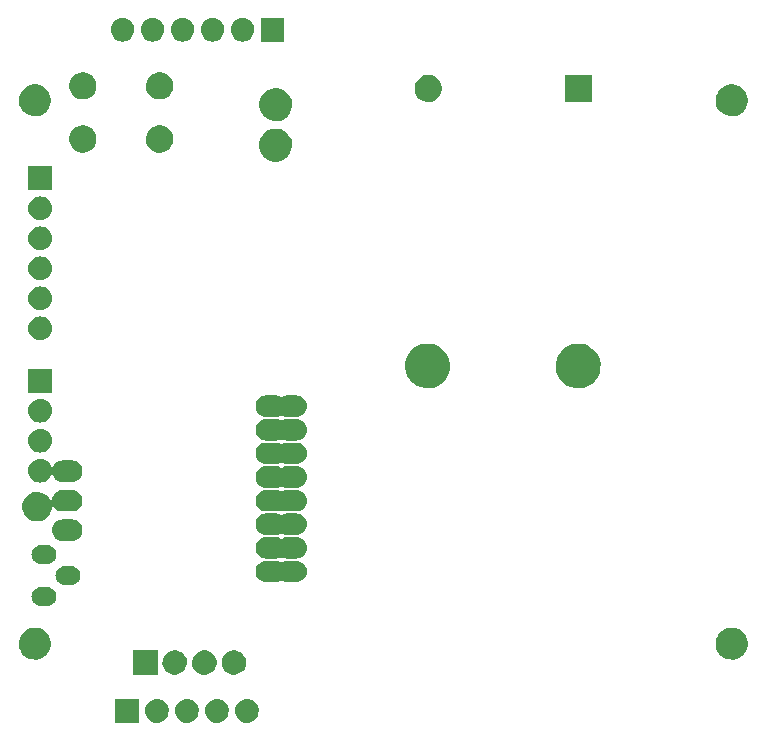
<source format=gbs>
G04 #@! TF.FileFunction,Soldermask,Bot*
%FSLAX46Y46*%
G04 Gerber Fmt 4.6, Leading zero omitted, Abs format (unit mm)*
G04 Created by KiCad (PCBNEW 4.0.6) date 04/23/17 17:59:47*
%MOMM*%
%LPD*%
G01*
G04 APERTURE LIST*
%ADD10C,0.100000*%
G04 APERTURE END LIST*
D10*
G36*
X110041005Y-137715576D02*
X110041016Y-137715580D01*
X110041078Y-137715586D01*
X110227516Y-137773298D01*
X110399193Y-137866123D01*
X110549571Y-137990527D01*
X110672921Y-138141769D01*
X110764546Y-138314091D01*
X110820955Y-138500927D01*
X110840000Y-138695161D01*
X110840000Y-138704962D01*
X110839925Y-138715750D01*
X110839924Y-138715758D01*
X110839903Y-138718801D01*
X110818148Y-138912751D01*
X110759135Y-139098781D01*
X110665113Y-139269806D01*
X110539663Y-139419312D01*
X110387563Y-139541603D01*
X110214607Y-139632023D01*
X110027381Y-139687126D01*
X110027326Y-139687131D01*
X110027309Y-139687136D01*
X109833023Y-139704817D01*
X109638995Y-139684424D01*
X109638984Y-139684420D01*
X109638922Y-139684414D01*
X109452484Y-139626702D01*
X109280807Y-139533877D01*
X109130429Y-139409473D01*
X109007079Y-139258231D01*
X108915454Y-139085909D01*
X108859045Y-138899073D01*
X108840000Y-138704839D01*
X108840000Y-138695038D01*
X108840075Y-138684250D01*
X108840076Y-138684242D01*
X108840097Y-138681199D01*
X108861852Y-138487249D01*
X108920865Y-138301219D01*
X109014887Y-138130194D01*
X109140337Y-137980688D01*
X109292437Y-137858397D01*
X109465393Y-137767977D01*
X109652619Y-137712874D01*
X109652674Y-137712869D01*
X109652691Y-137712864D01*
X109846977Y-137695183D01*
X110041005Y-137715576D01*
X110041005Y-137715576D01*
G37*
G36*
X112581005Y-137715576D02*
X112581016Y-137715580D01*
X112581078Y-137715586D01*
X112767516Y-137773298D01*
X112939193Y-137866123D01*
X113089571Y-137990527D01*
X113212921Y-138141769D01*
X113304546Y-138314091D01*
X113360955Y-138500927D01*
X113380000Y-138695161D01*
X113380000Y-138704962D01*
X113379925Y-138715750D01*
X113379924Y-138715758D01*
X113379903Y-138718801D01*
X113358148Y-138912751D01*
X113299135Y-139098781D01*
X113205113Y-139269806D01*
X113079663Y-139419312D01*
X112927563Y-139541603D01*
X112754607Y-139632023D01*
X112567381Y-139687126D01*
X112567326Y-139687131D01*
X112567309Y-139687136D01*
X112373023Y-139704817D01*
X112178995Y-139684424D01*
X112178984Y-139684420D01*
X112178922Y-139684414D01*
X111992484Y-139626702D01*
X111820807Y-139533877D01*
X111670429Y-139409473D01*
X111547079Y-139258231D01*
X111455454Y-139085909D01*
X111399045Y-138899073D01*
X111380000Y-138704839D01*
X111380000Y-138695038D01*
X111380075Y-138684250D01*
X111380076Y-138684242D01*
X111380097Y-138681199D01*
X111401852Y-138487249D01*
X111460865Y-138301219D01*
X111554887Y-138130194D01*
X111680337Y-137980688D01*
X111832437Y-137858397D01*
X112005393Y-137767977D01*
X112192619Y-137712874D01*
X112192674Y-137712869D01*
X112192691Y-137712864D01*
X112386977Y-137695183D01*
X112581005Y-137715576D01*
X112581005Y-137715576D01*
G37*
G36*
X115121005Y-137715576D02*
X115121016Y-137715580D01*
X115121078Y-137715586D01*
X115307516Y-137773298D01*
X115479193Y-137866123D01*
X115629571Y-137990527D01*
X115752921Y-138141769D01*
X115844546Y-138314091D01*
X115900955Y-138500927D01*
X115920000Y-138695161D01*
X115920000Y-138704962D01*
X115919925Y-138715750D01*
X115919924Y-138715758D01*
X115919903Y-138718801D01*
X115898148Y-138912751D01*
X115839135Y-139098781D01*
X115745113Y-139269806D01*
X115619663Y-139419312D01*
X115467563Y-139541603D01*
X115294607Y-139632023D01*
X115107381Y-139687126D01*
X115107326Y-139687131D01*
X115107309Y-139687136D01*
X114913023Y-139704817D01*
X114718995Y-139684424D01*
X114718984Y-139684420D01*
X114718922Y-139684414D01*
X114532484Y-139626702D01*
X114360807Y-139533877D01*
X114210429Y-139409473D01*
X114087079Y-139258231D01*
X113995454Y-139085909D01*
X113939045Y-138899073D01*
X113920000Y-138704839D01*
X113920000Y-138695038D01*
X113920075Y-138684250D01*
X113920076Y-138684242D01*
X113920097Y-138681199D01*
X113941852Y-138487249D01*
X114000865Y-138301219D01*
X114094887Y-138130194D01*
X114220337Y-137980688D01*
X114372437Y-137858397D01*
X114545393Y-137767977D01*
X114732619Y-137712874D01*
X114732674Y-137712869D01*
X114732691Y-137712864D01*
X114926977Y-137695183D01*
X115121005Y-137715576D01*
X115121005Y-137715576D01*
G37*
G36*
X117661005Y-137715576D02*
X117661016Y-137715580D01*
X117661078Y-137715586D01*
X117847516Y-137773298D01*
X118019193Y-137866123D01*
X118169571Y-137990527D01*
X118292921Y-138141769D01*
X118384546Y-138314091D01*
X118440955Y-138500927D01*
X118460000Y-138695161D01*
X118460000Y-138704962D01*
X118459925Y-138715750D01*
X118459924Y-138715758D01*
X118459903Y-138718801D01*
X118438148Y-138912751D01*
X118379135Y-139098781D01*
X118285113Y-139269806D01*
X118159663Y-139419312D01*
X118007563Y-139541603D01*
X117834607Y-139632023D01*
X117647381Y-139687126D01*
X117647326Y-139687131D01*
X117647309Y-139687136D01*
X117453023Y-139704817D01*
X117258995Y-139684424D01*
X117258984Y-139684420D01*
X117258922Y-139684414D01*
X117072484Y-139626702D01*
X116900807Y-139533877D01*
X116750429Y-139409473D01*
X116627079Y-139258231D01*
X116535454Y-139085909D01*
X116479045Y-138899073D01*
X116460000Y-138704839D01*
X116460000Y-138695038D01*
X116460075Y-138684250D01*
X116460076Y-138684242D01*
X116460097Y-138681199D01*
X116481852Y-138487249D01*
X116540865Y-138301219D01*
X116634887Y-138130194D01*
X116760337Y-137980688D01*
X116912437Y-137858397D01*
X117085393Y-137767977D01*
X117272619Y-137712874D01*
X117272674Y-137712869D01*
X117272691Y-137712864D01*
X117466977Y-137695183D01*
X117661005Y-137715576D01*
X117661005Y-137715576D01*
G37*
G36*
X108300000Y-139700000D02*
X106300000Y-139700000D01*
X106300000Y-137700000D01*
X108300000Y-137700000D01*
X108300000Y-139700000D01*
X108300000Y-139700000D01*
G37*
G36*
X111459130Y-133561689D02*
X111658726Y-133602660D01*
X111846568Y-133681621D01*
X112015491Y-133795561D01*
X112159064Y-133940140D01*
X112271825Y-134109859D01*
X112349470Y-134298240D01*
X112388945Y-134497602D01*
X112388945Y-134497620D01*
X112389044Y-134498121D01*
X112385795Y-134730851D01*
X112385680Y-134731356D01*
X112385680Y-134731370D01*
X112340655Y-134929546D01*
X112257780Y-135115689D01*
X112140324Y-135282193D01*
X111992768Y-135422708D01*
X111820731Y-135531887D01*
X111630764Y-135605570D01*
X111430097Y-135640953D01*
X111226378Y-135636686D01*
X111027377Y-135592932D01*
X110840659Y-135511357D01*
X110673345Y-135395071D01*
X110531801Y-135248498D01*
X110421420Y-135077221D01*
X110346414Y-134887777D01*
X110309632Y-134687363D01*
X110312476Y-134483621D01*
X110354840Y-134284317D01*
X110435109Y-134097034D01*
X110550227Y-133928910D01*
X110695808Y-133786347D01*
X110866303Y-133674778D01*
X111055225Y-133598449D01*
X111255381Y-133560266D01*
X111459130Y-133561689D01*
X111459130Y-133561689D01*
G37*
G36*
X113959130Y-133561689D02*
X114158726Y-133602660D01*
X114346568Y-133681621D01*
X114515491Y-133795561D01*
X114659064Y-133940140D01*
X114771825Y-134109859D01*
X114849470Y-134298240D01*
X114888945Y-134497602D01*
X114888945Y-134497620D01*
X114889044Y-134498121D01*
X114885795Y-134730851D01*
X114885680Y-134731356D01*
X114885680Y-134731370D01*
X114840655Y-134929546D01*
X114757780Y-135115689D01*
X114640324Y-135282193D01*
X114492768Y-135422708D01*
X114320731Y-135531887D01*
X114130764Y-135605570D01*
X113930097Y-135640953D01*
X113726378Y-135636686D01*
X113527377Y-135592932D01*
X113340659Y-135511357D01*
X113173345Y-135395071D01*
X113031801Y-135248498D01*
X112921420Y-135077221D01*
X112846414Y-134887777D01*
X112809632Y-134687363D01*
X112812476Y-134483621D01*
X112854840Y-134284317D01*
X112935109Y-134097034D01*
X113050227Y-133928910D01*
X113195808Y-133786347D01*
X113366303Y-133674778D01*
X113555225Y-133598449D01*
X113755381Y-133560266D01*
X113959130Y-133561689D01*
X113959130Y-133561689D01*
G37*
G36*
X116459130Y-133561689D02*
X116658726Y-133602660D01*
X116846568Y-133681621D01*
X117015491Y-133795561D01*
X117159064Y-133940140D01*
X117271825Y-134109859D01*
X117349470Y-134298240D01*
X117388945Y-134497602D01*
X117388945Y-134497620D01*
X117389044Y-134498121D01*
X117385795Y-134730851D01*
X117385680Y-134731356D01*
X117385680Y-134731370D01*
X117340655Y-134929546D01*
X117257780Y-135115689D01*
X117140324Y-135282193D01*
X116992768Y-135422708D01*
X116820731Y-135531887D01*
X116630764Y-135605570D01*
X116430097Y-135640953D01*
X116226378Y-135636686D01*
X116027377Y-135592932D01*
X115840659Y-135511357D01*
X115673345Y-135395071D01*
X115531801Y-135248498D01*
X115421420Y-135077221D01*
X115346414Y-134887777D01*
X115309632Y-134687363D01*
X115312476Y-134483621D01*
X115354840Y-134284317D01*
X115435109Y-134097034D01*
X115550227Y-133928910D01*
X115695808Y-133786347D01*
X115866303Y-133674778D01*
X116055225Y-133598449D01*
X116255381Y-133560266D01*
X116459130Y-133561689D01*
X116459130Y-133561689D01*
G37*
G36*
X109889000Y-135639000D02*
X107811000Y-135639000D01*
X107811000Y-133561000D01*
X109889000Y-133561000D01*
X109889000Y-135639000D01*
X109889000Y-135639000D01*
G37*
G36*
X99641796Y-131650896D02*
X99901136Y-131704131D01*
X100145203Y-131806727D01*
X100364686Y-131954770D01*
X100551242Y-132142632D01*
X100697749Y-132363144D01*
X100798637Y-132607916D01*
X100849958Y-132867108D01*
X100849958Y-132867120D01*
X100850058Y-132867626D01*
X100845835Y-133170019D01*
X100845721Y-133170520D01*
X100845721Y-133170537D01*
X100787184Y-133428188D01*
X100679500Y-133670050D01*
X100526892Y-133886386D01*
X100335166Y-134068965D01*
X100111629Y-134210825D01*
X99864803Y-134306563D01*
X99604072Y-134352537D01*
X99339376Y-134346992D01*
X99080808Y-134290142D01*
X98838203Y-134184151D01*
X98620802Y-134033054D01*
X98436890Y-133842606D01*
X98293475Y-133620070D01*
X98196015Y-133373915D01*
X98148223Y-133113513D01*
X98151919Y-132848786D01*
X98206963Y-132589825D01*
X98311259Y-132346483D01*
X98460834Y-132128036D01*
X98649990Y-131942800D01*
X98871519Y-131797836D01*
X99116994Y-131698657D01*
X99377058Y-131649047D01*
X99641796Y-131650896D01*
X99641796Y-131650896D01*
G37*
G36*
X158641796Y-131650896D02*
X158901136Y-131704131D01*
X159145203Y-131806727D01*
X159364686Y-131954770D01*
X159551242Y-132142632D01*
X159697749Y-132363144D01*
X159798637Y-132607916D01*
X159849958Y-132867108D01*
X159849958Y-132867120D01*
X159850058Y-132867626D01*
X159845835Y-133170019D01*
X159845721Y-133170520D01*
X159845721Y-133170537D01*
X159787184Y-133428188D01*
X159679500Y-133670050D01*
X159526892Y-133886386D01*
X159335166Y-134068965D01*
X159111629Y-134210825D01*
X158864803Y-134306563D01*
X158604072Y-134352537D01*
X158339376Y-134346992D01*
X158080808Y-134290142D01*
X157838203Y-134184151D01*
X157620802Y-134033054D01*
X157436890Y-133842606D01*
X157293475Y-133620070D01*
X157196015Y-133373915D01*
X157148223Y-133113513D01*
X157151919Y-132848786D01*
X157206963Y-132589825D01*
X157311259Y-132346483D01*
X157460834Y-132128036D01*
X157649990Y-131942800D01*
X157871519Y-131797836D01*
X158116994Y-131698657D01*
X158377058Y-131649047D01*
X158641796Y-131650896D01*
X158641796Y-131650896D01*
G37*
G36*
X100531601Y-128210356D02*
X100531608Y-128210357D01*
X100534651Y-128210378D01*
X100689810Y-128227782D01*
X100838635Y-128274992D01*
X100975455Y-128350209D01*
X101095059Y-128450569D01*
X101192892Y-128572249D01*
X101265228Y-128710615D01*
X101309311Y-128860395D01*
X101309316Y-128860452D01*
X101309320Y-128860465D01*
X101323464Y-129015882D01*
X101307151Y-129171089D01*
X101307147Y-129171100D01*
X101307141Y-129171162D01*
X101260972Y-129320312D01*
X101186711Y-129457654D01*
X101087188Y-129577957D01*
X100966194Y-129676637D01*
X100828337Y-129749937D01*
X100678868Y-129795064D01*
X100523481Y-129810300D01*
X100013192Y-129810300D01*
X100005199Y-129810244D01*
X100005192Y-129810243D01*
X100002149Y-129810222D01*
X99846990Y-129792818D01*
X99698165Y-129745608D01*
X99561345Y-129670391D01*
X99441741Y-129570031D01*
X99343908Y-129448351D01*
X99271572Y-129309985D01*
X99227489Y-129160205D01*
X99227484Y-129160148D01*
X99227480Y-129160135D01*
X99213336Y-129004718D01*
X99229649Y-128849511D01*
X99229653Y-128849500D01*
X99229659Y-128849438D01*
X99275828Y-128700288D01*
X99350089Y-128562946D01*
X99449612Y-128442643D01*
X99570606Y-128343963D01*
X99708463Y-128270663D01*
X99857932Y-128225536D01*
X100013319Y-128210300D01*
X100523608Y-128210300D01*
X100531601Y-128210356D01*
X100531601Y-128210356D01*
G37*
G36*
X102563601Y-126432356D02*
X102563608Y-126432357D01*
X102566651Y-126432378D01*
X102721810Y-126449782D01*
X102870635Y-126496992D01*
X103007455Y-126572209D01*
X103127059Y-126672569D01*
X103224892Y-126794249D01*
X103297228Y-126932615D01*
X103341311Y-127082395D01*
X103341316Y-127082452D01*
X103341320Y-127082465D01*
X103355464Y-127237882D01*
X103339151Y-127393089D01*
X103339147Y-127393100D01*
X103339141Y-127393162D01*
X103292972Y-127542312D01*
X103218711Y-127679654D01*
X103119188Y-127799957D01*
X102998194Y-127898637D01*
X102860337Y-127971937D01*
X102710868Y-128017064D01*
X102555481Y-128032300D01*
X102045192Y-128032300D01*
X102037199Y-128032244D01*
X102037192Y-128032243D01*
X102034149Y-128032222D01*
X101878990Y-128014818D01*
X101730165Y-127967608D01*
X101593345Y-127892391D01*
X101473741Y-127792031D01*
X101375908Y-127670351D01*
X101303572Y-127531985D01*
X101259489Y-127382205D01*
X101259484Y-127382148D01*
X101259480Y-127382135D01*
X101245336Y-127226718D01*
X101261649Y-127071511D01*
X101261653Y-127071500D01*
X101261659Y-127071438D01*
X101307828Y-126922288D01*
X101382089Y-126784946D01*
X101481612Y-126664643D01*
X101602606Y-126565963D01*
X101740463Y-126492663D01*
X101889932Y-126447536D01*
X102045319Y-126432300D01*
X102555608Y-126432300D01*
X102563601Y-126432356D01*
X102563601Y-126432356D01*
G37*
G36*
X119881941Y-125985067D02*
X119881948Y-125985068D01*
X119884990Y-125985089D01*
X120061871Y-126004929D01*
X120231531Y-126058749D01*
X120324753Y-126109998D01*
X120343272Y-126117000D01*
X120364311Y-126118669D01*
X120384981Y-126114411D01*
X120392486Y-126111091D01*
X120500208Y-126053814D01*
X120670602Y-126002369D01*
X120847744Y-125985000D01*
X121622384Y-125985000D01*
X121631941Y-125985067D01*
X121631948Y-125985068D01*
X121634990Y-125985089D01*
X121811871Y-126004929D01*
X121981531Y-126058749D01*
X122137506Y-126144496D01*
X122273855Y-126258907D01*
X122385385Y-126397622D01*
X122467848Y-126555359D01*
X122518102Y-126726108D01*
X122518106Y-126726157D01*
X122518112Y-126726176D01*
X122534237Y-126903363D01*
X122515640Y-127080310D01*
X122515635Y-127080326D01*
X122515629Y-127080383D01*
X122462995Y-127250414D01*
X122378338Y-127406984D01*
X122264882Y-127544129D01*
X122126949Y-127656624D01*
X121969792Y-127740186D01*
X121799398Y-127791631D01*
X121622256Y-127809000D01*
X120847616Y-127809000D01*
X120838059Y-127808933D01*
X120838052Y-127808932D01*
X120835010Y-127808911D01*
X120658129Y-127789071D01*
X120488469Y-127735251D01*
X120395247Y-127684002D01*
X120376728Y-127677000D01*
X120355689Y-127675331D01*
X120335019Y-127679589D01*
X120327514Y-127682909D01*
X120219792Y-127740186D01*
X120049398Y-127791631D01*
X119872256Y-127809000D01*
X119097616Y-127809000D01*
X119088059Y-127808933D01*
X119088052Y-127808932D01*
X119085010Y-127808911D01*
X118908129Y-127789071D01*
X118738469Y-127735251D01*
X118582494Y-127649504D01*
X118446145Y-127535093D01*
X118334615Y-127396378D01*
X118252152Y-127238641D01*
X118201898Y-127067892D01*
X118201894Y-127067843D01*
X118201888Y-127067824D01*
X118185763Y-126890637D01*
X118204360Y-126713690D01*
X118204365Y-126713674D01*
X118204371Y-126713617D01*
X118257005Y-126543586D01*
X118341662Y-126387016D01*
X118455118Y-126249871D01*
X118593051Y-126137376D01*
X118750208Y-126053814D01*
X118920602Y-126002369D01*
X119097744Y-125985000D01*
X119872384Y-125985000D01*
X119881941Y-125985067D01*
X119881941Y-125985067D01*
G37*
G36*
X100531601Y-124654356D02*
X100531608Y-124654357D01*
X100534651Y-124654378D01*
X100689810Y-124671782D01*
X100838635Y-124718992D01*
X100975455Y-124794209D01*
X101095059Y-124894569D01*
X101192892Y-125016249D01*
X101265228Y-125154615D01*
X101309311Y-125304395D01*
X101309316Y-125304452D01*
X101309320Y-125304465D01*
X101323464Y-125459882D01*
X101307151Y-125615089D01*
X101307147Y-125615100D01*
X101307141Y-125615162D01*
X101260972Y-125764312D01*
X101186711Y-125901654D01*
X101087188Y-126021957D01*
X100966194Y-126120637D01*
X100828337Y-126193937D01*
X100678868Y-126239064D01*
X100523481Y-126254300D01*
X100013192Y-126254300D01*
X100005199Y-126254244D01*
X100005192Y-126254243D01*
X100002149Y-126254222D01*
X99846990Y-126236818D01*
X99698165Y-126189608D01*
X99561345Y-126114391D01*
X99441741Y-126014031D01*
X99343908Y-125892351D01*
X99271572Y-125753985D01*
X99227489Y-125604205D01*
X99227484Y-125604148D01*
X99227480Y-125604135D01*
X99213336Y-125448718D01*
X99229649Y-125293511D01*
X99229653Y-125293500D01*
X99229659Y-125293438D01*
X99275828Y-125144288D01*
X99350089Y-125006946D01*
X99449612Y-124886643D01*
X99570606Y-124787963D01*
X99708463Y-124714663D01*
X99857932Y-124669536D01*
X100013319Y-124654300D01*
X100523608Y-124654300D01*
X100531601Y-124654356D01*
X100531601Y-124654356D01*
G37*
G36*
X119881941Y-123985067D02*
X119881948Y-123985068D01*
X119884990Y-123985089D01*
X120061871Y-124004929D01*
X120231531Y-124058749D01*
X120324753Y-124109998D01*
X120343272Y-124117000D01*
X120364311Y-124118669D01*
X120384981Y-124114411D01*
X120392486Y-124111091D01*
X120500208Y-124053814D01*
X120670602Y-124002369D01*
X120847744Y-123985000D01*
X121622384Y-123985000D01*
X121631941Y-123985067D01*
X121631948Y-123985068D01*
X121634990Y-123985089D01*
X121811871Y-124004929D01*
X121981531Y-124058749D01*
X122137506Y-124144496D01*
X122273855Y-124258907D01*
X122385385Y-124397622D01*
X122467848Y-124555359D01*
X122518102Y-124726108D01*
X122518106Y-124726157D01*
X122518112Y-124726176D01*
X122534237Y-124903363D01*
X122515640Y-125080310D01*
X122515635Y-125080326D01*
X122515629Y-125080383D01*
X122462995Y-125250414D01*
X122378338Y-125406984D01*
X122264882Y-125544129D01*
X122126949Y-125656624D01*
X121969792Y-125740186D01*
X121799398Y-125791631D01*
X121622256Y-125809000D01*
X120847616Y-125809000D01*
X120838059Y-125808933D01*
X120838052Y-125808932D01*
X120835010Y-125808911D01*
X120658129Y-125789071D01*
X120488469Y-125735251D01*
X120395247Y-125684002D01*
X120376728Y-125677000D01*
X120355689Y-125675331D01*
X120335019Y-125679589D01*
X120327514Y-125682909D01*
X120219792Y-125740186D01*
X120049398Y-125791631D01*
X119872256Y-125809000D01*
X119097616Y-125809000D01*
X119088059Y-125808933D01*
X119088052Y-125808932D01*
X119085010Y-125808911D01*
X118908129Y-125789071D01*
X118738469Y-125735251D01*
X118582494Y-125649504D01*
X118446145Y-125535093D01*
X118334615Y-125396378D01*
X118252152Y-125238641D01*
X118201898Y-125067892D01*
X118201894Y-125067843D01*
X118201888Y-125067824D01*
X118185763Y-124890637D01*
X118204360Y-124713690D01*
X118204365Y-124713674D01*
X118204371Y-124713617D01*
X118257005Y-124543586D01*
X118341662Y-124387016D01*
X118455118Y-124249871D01*
X118593051Y-124137376D01*
X118750208Y-124053814D01*
X118920602Y-124002369D01*
X119097744Y-123985000D01*
X119872384Y-123985000D01*
X119881941Y-123985067D01*
X119881941Y-123985067D01*
G37*
G36*
X102631941Y-122485067D02*
X102631948Y-122485068D01*
X102634990Y-122485089D01*
X102811871Y-122504929D01*
X102981531Y-122558749D01*
X103137506Y-122644496D01*
X103273855Y-122758907D01*
X103385385Y-122897622D01*
X103467848Y-123055359D01*
X103518102Y-123226108D01*
X103518106Y-123226157D01*
X103518112Y-123226176D01*
X103534237Y-123403363D01*
X103515640Y-123580310D01*
X103515635Y-123580326D01*
X103515629Y-123580383D01*
X103462995Y-123750414D01*
X103378338Y-123906984D01*
X103264882Y-124044129D01*
X103126949Y-124156624D01*
X102969792Y-124240186D01*
X102799398Y-124291631D01*
X102622256Y-124309000D01*
X101847616Y-124309000D01*
X101838059Y-124308933D01*
X101838052Y-124308932D01*
X101835010Y-124308911D01*
X101658129Y-124289071D01*
X101488469Y-124235251D01*
X101332494Y-124149504D01*
X101196145Y-124035093D01*
X101084615Y-123896378D01*
X101002152Y-123738641D01*
X100951898Y-123567892D01*
X100951894Y-123567843D01*
X100951888Y-123567824D01*
X100935763Y-123390637D01*
X100954360Y-123213690D01*
X100954365Y-123213674D01*
X100954371Y-123213617D01*
X101007005Y-123043586D01*
X101091662Y-122887016D01*
X101205118Y-122749871D01*
X101343051Y-122637376D01*
X101500208Y-122553814D01*
X101670602Y-122502369D01*
X101847744Y-122485000D01*
X102622384Y-122485000D01*
X102631941Y-122485067D01*
X102631941Y-122485067D01*
G37*
G36*
X119881941Y-121985067D02*
X119881948Y-121985068D01*
X119884990Y-121985089D01*
X120061871Y-122004929D01*
X120231531Y-122058749D01*
X120324753Y-122109998D01*
X120343272Y-122117000D01*
X120364311Y-122118669D01*
X120384981Y-122114411D01*
X120392486Y-122111091D01*
X120500208Y-122053814D01*
X120670602Y-122002369D01*
X120847744Y-121985000D01*
X121622384Y-121985000D01*
X121631941Y-121985067D01*
X121631948Y-121985068D01*
X121634990Y-121985089D01*
X121811871Y-122004929D01*
X121981531Y-122058749D01*
X122137506Y-122144496D01*
X122273855Y-122258907D01*
X122385385Y-122397622D01*
X122467848Y-122555359D01*
X122518102Y-122726108D01*
X122518106Y-122726157D01*
X122518112Y-122726176D01*
X122534237Y-122903363D01*
X122515640Y-123080310D01*
X122515635Y-123080326D01*
X122515629Y-123080383D01*
X122462995Y-123250414D01*
X122378338Y-123406984D01*
X122264882Y-123544129D01*
X122126949Y-123656624D01*
X121969792Y-123740186D01*
X121799398Y-123791631D01*
X121622256Y-123809000D01*
X120847616Y-123809000D01*
X120838059Y-123808933D01*
X120838052Y-123808932D01*
X120835010Y-123808911D01*
X120658129Y-123789071D01*
X120488469Y-123735251D01*
X120395247Y-123684002D01*
X120376728Y-123677000D01*
X120355689Y-123675331D01*
X120335019Y-123679589D01*
X120327514Y-123682909D01*
X120219792Y-123740186D01*
X120049398Y-123791631D01*
X119872256Y-123809000D01*
X119097616Y-123809000D01*
X119088059Y-123808933D01*
X119088052Y-123808932D01*
X119085010Y-123808911D01*
X118908129Y-123789071D01*
X118738469Y-123735251D01*
X118582494Y-123649504D01*
X118446145Y-123535093D01*
X118334615Y-123396378D01*
X118252152Y-123238641D01*
X118201898Y-123067892D01*
X118201894Y-123067843D01*
X118201888Y-123067824D01*
X118185763Y-122890637D01*
X118204360Y-122713690D01*
X118204365Y-122713674D01*
X118204371Y-122713617D01*
X118257005Y-122543586D01*
X118341662Y-122387016D01*
X118455118Y-122249871D01*
X118593051Y-122137376D01*
X118750208Y-122053814D01*
X118920602Y-122002369D01*
X119097744Y-121985000D01*
X119872384Y-121985000D01*
X119881941Y-121985067D01*
X119881941Y-121985067D01*
G37*
G36*
X102631941Y-119985067D02*
X102631948Y-119985068D01*
X102634990Y-119985089D01*
X102811871Y-120004929D01*
X102981531Y-120058749D01*
X103137506Y-120144496D01*
X103273855Y-120258907D01*
X103385385Y-120397622D01*
X103467848Y-120555359D01*
X103518102Y-120726108D01*
X103518106Y-120726157D01*
X103518112Y-120726176D01*
X103534237Y-120903363D01*
X103515640Y-121080310D01*
X103515635Y-121080326D01*
X103515629Y-121080383D01*
X103462995Y-121250414D01*
X103378338Y-121406984D01*
X103264882Y-121544129D01*
X103126949Y-121656624D01*
X102969792Y-121740186D01*
X102799398Y-121791631D01*
X102622256Y-121809000D01*
X101847616Y-121809000D01*
X101838059Y-121808933D01*
X101838052Y-121808932D01*
X101835010Y-121808911D01*
X101658129Y-121789071D01*
X101488469Y-121735251D01*
X101332494Y-121649504D01*
X101196145Y-121535093D01*
X101084615Y-121396378D01*
X101084294Y-121395764D01*
X101072136Y-121378836D01*
X101055536Y-121365803D01*
X101035963Y-121357911D01*
X101014966Y-121355784D01*
X100994208Y-121359590D01*
X100975332Y-121369030D01*
X100959833Y-121383354D01*
X100948939Y-121401429D01*
X100943103Y-121429132D01*
X100941144Y-121569425D01*
X100941029Y-121569930D01*
X100941029Y-121569943D01*
X100886837Y-121808471D01*
X100787130Y-122032417D01*
X100645825Y-122232730D01*
X100468304Y-122401780D01*
X100261322Y-122533135D01*
X100032781Y-122621780D01*
X99791363Y-122664349D01*
X99546274Y-122659215D01*
X99306859Y-122606576D01*
X99082225Y-122508436D01*
X98880925Y-122368529D01*
X98710641Y-122192194D01*
X98577847Y-121986139D01*
X98487607Y-121758217D01*
X98443354Y-121517105D01*
X98446776Y-121271987D01*
X98497743Y-121032208D01*
X98594313Y-120806896D01*
X98732812Y-120604623D01*
X98907954Y-120433111D01*
X99113073Y-120298885D01*
X99340364Y-120207053D01*
X99581164Y-120161118D01*
X99826293Y-120162830D01*
X100066422Y-120212121D01*
X100292410Y-120307117D01*
X100495635Y-120444194D01*
X100668373Y-120618141D01*
X100808097Y-120828444D01*
X100808460Y-120828203D01*
X100812487Y-120835039D01*
X100827841Y-120849519D01*
X100846620Y-120859148D01*
X100867339Y-120863164D01*
X100888356Y-120861249D01*
X100908008Y-120853555D01*
X100924738Y-120840690D01*
X100937222Y-120823674D01*
X100945699Y-120796098D01*
X100954360Y-120713691D01*
X100954365Y-120713675D01*
X100954371Y-120713617D01*
X101007005Y-120543586D01*
X101091662Y-120387016D01*
X101205118Y-120249871D01*
X101343051Y-120137376D01*
X101500208Y-120053814D01*
X101670602Y-120002369D01*
X101847744Y-119985000D01*
X102622384Y-119985000D01*
X102631941Y-119985067D01*
X102631941Y-119985067D01*
G37*
G36*
X119881941Y-119985067D02*
X119881948Y-119985068D01*
X119884990Y-119985089D01*
X120061871Y-120004929D01*
X120231531Y-120058749D01*
X120324753Y-120109998D01*
X120343272Y-120117000D01*
X120364311Y-120118669D01*
X120384981Y-120114411D01*
X120392486Y-120111091D01*
X120500208Y-120053814D01*
X120670602Y-120002369D01*
X120847744Y-119985000D01*
X121622384Y-119985000D01*
X121631941Y-119985067D01*
X121631948Y-119985068D01*
X121634990Y-119985089D01*
X121811871Y-120004929D01*
X121981531Y-120058749D01*
X122137506Y-120144496D01*
X122273855Y-120258907D01*
X122385385Y-120397622D01*
X122467848Y-120555359D01*
X122518102Y-120726108D01*
X122518106Y-120726157D01*
X122518112Y-120726176D01*
X122534237Y-120903363D01*
X122515640Y-121080310D01*
X122515635Y-121080326D01*
X122515629Y-121080383D01*
X122462995Y-121250414D01*
X122378338Y-121406984D01*
X122264882Y-121544129D01*
X122126949Y-121656624D01*
X121969792Y-121740186D01*
X121799398Y-121791631D01*
X121622256Y-121809000D01*
X120847616Y-121809000D01*
X120838059Y-121808933D01*
X120838052Y-121808932D01*
X120835010Y-121808911D01*
X120658129Y-121789071D01*
X120488469Y-121735251D01*
X120395247Y-121684002D01*
X120376728Y-121677000D01*
X120355689Y-121675331D01*
X120335019Y-121679589D01*
X120327514Y-121682909D01*
X120219792Y-121740186D01*
X120049398Y-121791631D01*
X119872256Y-121809000D01*
X119097616Y-121809000D01*
X119088059Y-121808933D01*
X119088052Y-121808932D01*
X119085010Y-121808911D01*
X118908129Y-121789071D01*
X118738469Y-121735251D01*
X118582494Y-121649504D01*
X118446145Y-121535093D01*
X118334615Y-121396378D01*
X118252152Y-121238641D01*
X118201898Y-121067892D01*
X118201894Y-121067843D01*
X118201888Y-121067824D01*
X118185763Y-120890637D01*
X118204360Y-120713690D01*
X118204365Y-120713674D01*
X118204371Y-120713617D01*
X118257005Y-120543586D01*
X118341662Y-120387016D01*
X118455118Y-120249871D01*
X118593051Y-120137376D01*
X118750208Y-120053814D01*
X118920602Y-120002369D01*
X119097744Y-119985000D01*
X119872384Y-119985000D01*
X119881941Y-119985067D01*
X119881941Y-119985067D01*
G37*
G36*
X119881941Y-117985067D02*
X119881948Y-117985068D01*
X119884990Y-117985089D01*
X120061871Y-118004929D01*
X120231531Y-118058749D01*
X120324753Y-118109998D01*
X120343272Y-118117000D01*
X120364311Y-118118669D01*
X120384981Y-118114411D01*
X120392486Y-118111091D01*
X120500208Y-118053814D01*
X120670602Y-118002369D01*
X120847744Y-117985000D01*
X121622384Y-117985000D01*
X121631941Y-117985067D01*
X121631948Y-117985068D01*
X121634990Y-117985089D01*
X121811871Y-118004929D01*
X121981531Y-118058749D01*
X122137506Y-118144496D01*
X122273855Y-118258907D01*
X122385385Y-118397622D01*
X122467848Y-118555359D01*
X122518102Y-118726108D01*
X122518106Y-118726157D01*
X122518112Y-118726176D01*
X122534237Y-118903363D01*
X122515640Y-119080310D01*
X122515635Y-119080326D01*
X122515629Y-119080383D01*
X122462995Y-119250414D01*
X122378338Y-119406984D01*
X122264882Y-119544129D01*
X122126949Y-119656624D01*
X121969792Y-119740186D01*
X121799398Y-119791631D01*
X121622256Y-119809000D01*
X120847616Y-119809000D01*
X120838059Y-119808933D01*
X120838052Y-119808932D01*
X120835010Y-119808911D01*
X120658129Y-119789071D01*
X120488469Y-119735251D01*
X120395247Y-119684002D01*
X120376728Y-119677000D01*
X120355689Y-119675331D01*
X120335019Y-119679589D01*
X120327514Y-119682909D01*
X120219792Y-119740186D01*
X120049398Y-119791631D01*
X119872256Y-119809000D01*
X119097616Y-119809000D01*
X119088059Y-119808933D01*
X119088052Y-119808932D01*
X119085010Y-119808911D01*
X118908129Y-119789071D01*
X118738469Y-119735251D01*
X118582494Y-119649504D01*
X118446145Y-119535093D01*
X118334615Y-119396378D01*
X118252152Y-119238641D01*
X118201898Y-119067892D01*
X118201894Y-119067843D01*
X118201888Y-119067824D01*
X118185763Y-118890637D01*
X118204360Y-118713690D01*
X118204365Y-118713674D01*
X118204371Y-118713617D01*
X118257005Y-118543586D01*
X118341662Y-118387016D01*
X118455118Y-118249871D01*
X118593051Y-118137376D01*
X118750208Y-118053814D01*
X118920602Y-118002369D01*
X119097744Y-117985000D01*
X119872384Y-117985000D01*
X119881941Y-117985067D01*
X119881941Y-117985067D01*
G37*
G36*
X99964750Y-117364075D02*
X99964758Y-117364076D01*
X99967801Y-117364097D01*
X100161751Y-117385852D01*
X100347781Y-117444865D01*
X100518806Y-117538887D01*
X100668312Y-117664337D01*
X100790603Y-117816437D01*
X100881023Y-117989393D01*
X100884419Y-118000932D01*
X100893137Y-118020071D01*
X100906890Y-118036079D01*
X100924558Y-118047622D01*
X100944742Y-118053786D01*
X100965845Y-118054083D01*
X100986194Y-118048489D01*
X101004179Y-118037447D01*
X101022181Y-118015518D01*
X101091662Y-117887016D01*
X101205118Y-117749871D01*
X101343051Y-117637376D01*
X101500208Y-117553814D01*
X101670602Y-117502369D01*
X101847744Y-117485000D01*
X102622384Y-117485000D01*
X102631941Y-117485067D01*
X102631948Y-117485068D01*
X102634990Y-117485089D01*
X102811871Y-117504929D01*
X102981531Y-117558749D01*
X103137506Y-117644496D01*
X103273855Y-117758907D01*
X103385385Y-117897622D01*
X103467848Y-118055359D01*
X103518102Y-118226108D01*
X103518106Y-118226157D01*
X103518112Y-118226176D01*
X103534237Y-118403363D01*
X103515640Y-118580310D01*
X103515635Y-118580326D01*
X103515629Y-118580383D01*
X103462995Y-118750414D01*
X103378338Y-118906984D01*
X103264882Y-119044129D01*
X103126949Y-119156624D01*
X102969792Y-119240186D01*
X102799398Y-119291631D01*
X102622256Y-119309000D01*
X101847616Y-119309000D01*
X101838059Y-119308933D01*
X101838052Y-119308932D01*
X101835010Y-119308911D01*
X101658129Y-119289071D01*
X101488469Y-119235251D01*
X101332494Y-119149504D01*
X101196145Y-119035093D01*
X101084615Y-118896378D01*
X101008610Y-118750994D01*
X100996452Y-118734066D01*
X100979852Y-118721033D01*
X100960279Y-118713141D01*
X100939282Y-118711015D01*
X100918524Y-118714822D01*
X100899648Y-118724261D01*
X100884149Y-118738586D01*
X100876324Y-118750282D01*
X100875763Y-118751320D01*
X100875702Y-118751516D01*
X100782877Y-118923193D01*
X100658473Y-119073571D01*
X100507231Y-119196921D01*
X100334909Y-119288546D01*
X100148073Y-119344955D01*
X99953839Y-119364000D01*
X99944038Y-119364000D01*
X99933250Y-119363925D01*
X99933242Y-119363924D01*
X99930199Y-119363903D01*
X99736249Y-119342148D01*
X99550219Y-119283135D01*
X99379194Y-119189113D01*
X99229688Y-119063663D01*
X99107397Y-118911563D01*
X99016977Y-118738607D01*
X98961874Y-118551381D01*
X98961869Y-118551326D01*
X98961864Y-118551309D01*
X98944183Y-118357023D01*
X98964576Y-118162995D01*
X98964580Y-118162984D01*
X98964586Y-118162922D01*
X99022298Y-117976484D01*
X99115123Y-117804807D01*
X99239527Y-117654429D01*
X99390769Y-117531079D01*
X99563091Y-117439454D01*
X99749927Y-117383045D01*
X99944161Y-117364000D01*
X99953962Y-117364000D01*
X99964750Y-117364075D01*
X99964750Y-117364075D01*
G37*
G36*
X119881941Y-115985067D02*
X119881948Y-115985068D01*
X119884990Y-115985089D01*
X120061871Y-116004929D01*
X120231531Y-116058749D01*
X120324753Y-116109998D01*
X120343272Y-116117000D01*
X120364311Y-116118669D01*
X120384981Y-116114411D01*
X120392486Y-116111091D01*
X120500208Y-116053814D01*
X120670602Y-116002369D01*
X120847744Y-115985000D01*
X121622384Y-115985000D01*
X121631941Y-115985067D01*
X121631948Y-115985068D01*
X121634990Y-115985089D01*
X121811871Y-116004929D01*
X121981531Y-116058749D01*
X122137506Y-116144496D01*
X122273855Y-116258907D01*
X122385385Y-116397622D01*
X122467848Y-116555359D01*
X122518102Y-116726108D01*
X122518106Y-116726157D01*
X122518112Y-116726176D01*
X122534237Y-116903363D01*
X122515640Y-117080310D01*
X122515635Y-117080326D01*
X122515629Y-117080383D01*
X122462995Y-117250414D01*
X122378338Y-117406984D01*
X122264882Y-117544129D01*
X122126949Y-117656624D01*
X121969792Y-117740186D01*
X121799398Y-117791631D01*
X121622256Y-117809000D01*
X120847616Y-117809000D01*
X120838059Y-117808933D01*
X120838052Y-117808932D01*
X120835010Y-117808911D01*
X120658129Y-117789071D01*
X120488469Y-117735251D01*
X120395247Y-117684002D01*
X120376728Y-117677000D01*
X120355689Y-117675331D01*
X120335019Y-117679589D01*
X120327514Y-117682909D01*
X120219792Y-117740186D01*
X120049398Y-117791631D01*
X119872256Y-117809000D01*
X119097616Y-117809000D01*
X119088059Y-117808933D01*
X119088052Y-117808932D01*
X119085010Y-117808911D01*
X118908129Y-117789071D01*
X118738469Y-117735251D01*
X118582494Y-117649504D01*
X118446145Y-117535093D01*
X118334615Y-117396378D01*
X118252152Y-117238641D01*
X118201898Y-117067892D01*
X118201894Y-117067843D01*
X118201888Y-117067824D01*
X118185763Y-116890637D01*
X118204360Y-116713690D01*
X118204365Y-116713674D01*
X118204371Y-116713617D01*
X118257005Y-116543586D01*
X118341662Y-116387016D01*
X118455118Y-116249871D01*
X118593051Y-116137376D01*
X118750208Y-116053814D01*
X118920602Y-116002369D01*
X119097744Y-115985000D01*
X119872384Y-115985000D01*
X119881941Y-115985067D01*
X119881941Y-115985067D01*
G37*
G36*
X99964750Y-114824075D02*
X99964758Y-114824076D01*
X99967801Y-114824097D01*
X100161751Y-114845852D01*
X100347781Y-114904865D01*
X100518806Y-114998887D01*
X100668312Y-115124337D01*
X100790603Y-115276437D01*
X100881023Y-115449393D01*
X100936126Y-115636619D01*
X100936131Y-115636674D01*
X100936136Y-115636691D01*
X100953817Y-115830977D01*
X100933424Y-116025005D01*
X100933420Y-116025016D01*
X100933414Y-116025078D01*
X100875702Y-116211516D01*
X100782877Y-116383193D01*
X100658473Y-116533571D01*
X100507231Y-116656921D01*
X100334909Y-116748546D01*
X100148073Y-116804955D01*
X99953839Y-116824000D01*
X99944038Y-116824000D01*
X99933250Y-116823925D01*
X99933242Y-116823924D01*
X99930199Y-116823903D01*
X99736249Y-116802148D01*
X99550219Y-116743135D01*
X99379194Y-116649113D01*
X99229688Y-116523663D01*
X99107397Y-116371563D01*
X99016977Y-116198607D01*
X98961874Y-116011381D01*
X98961869Y-116011326D01*
X98961864Y-116011309D01*
X98944183Y-115817023D01*
X98964576Y-115622995D01*
X98964580Y-115622984D01*
X98964586Y-115622922D01*
X99022298Y-115436484D01*
X99115123Y-115264807D01*
X99239527Y-115114429D01*
X99390769Y-114991079D01*
X99563091Y-114899454D01*
X99749927Y-114843045D01*
X99944161Y-114824000D01*
X99953962Y-114824000D01*
X99964750Y-114824075D01*
X99964750Y-114824075D01*
G37*
G36*
X119881941Y-113985067D02*
X119881948Y-113985068D01*
X119884990Y-113985089D01*
X120061871Y-114004929D01*
X120231531Y-114058749D01*
X120324753Y-114109998D01*
X120343272Y-114117000D01*
X120364311Y-114118669D01*
X120384981Y-114114411D01*
X120392486Y-114111091D01*
X120500208Y-114053814D01*
X120670602Y-114002369D01*
X120847744Y-113985000D01*
X121622384Y-113985000D01*
X121631941Y-113985067D01*
X121631948Y-113985068D01*
X121634990Y-113985089D01*
X121811871Y-114004929D01*
X121981531Y-114058749D01*
X122137506Y-114144496D01*
X122273855Y-114258907D01*
X122385385Y-114397622D01*
X122467848Y-114555359D01*
X122518102Y-114726108D01*
X122518106Y-114726157D01*
X122518112Y-114726176D01*
X122534237Y-114903363D01*
X122515640Y-115080310D01*
X122515635Y-115080326D01*
X122515629Y-115080383D01*
X122462995Y-115250414D01*
X122378338Y-115406984D01*
X122264882Y-115544129D01*
X122126949Y-115656624D01*
X121969792Y-115740186D01*
X121799398Y-115791631D01*
X121622256Y-115809000D01*
X120847616Y-115809000D01*
X120838059Y-115808933D01*
X120838052Y-115808932D01*
X120835010Y-115808911D01*
X120658129Y-115789071D01*
X120488469Y-115735251D01*
X120395247Y-115684002D01*
X120376728Y-115677000D01*
X120355689Y-115675331D01*
X120335019Y-115679589D01*
X120327514Y-115682909D01*
X120219792Y-115740186D01*
X120049398Y-115791631D01*
X119872256Y-115809000D01*
X119097616Y-115809000D01*
X119088059Y-115808933D01*
X119088052Y-115808932D01*
X119085010Y-115808911D01*
X118908129Y-115789071D01*
X118738469Y-115735251D01*
X118582494Y-115649504D01*
X118446145Y-115535093D01*
X118334615Y-115396378D01*
X118252152Y-115238641D01*
X118201898Y-115067892D01*
X118201894Y-115067843D01*
X118201888Y-115067824D01*
X118185763Y-114890637D01*
X118204360Y-114713690D01*
X118204365Y-114713674D01*
X118204371Y-114713617D01*
X118257005Y-114543586D01*
X118341662Y-114387016D01*
X118455118Y-114249871D01*
X118593051Y-114137376D01*
X118750208Y-114053814D01*
X118920602Y-114002369D01*
X119097744Y-113985000D01*
X119872384Y-113985000D01*
X119881941Y-113985067D01*
X119881941Y-113985067D01*
G37*
G36*
X99964750Y-112284075D02*
X99964758Y-112284076D01*
X99967801Y-112284097D01*
X100161751Y-112305852D01*
X100347781Y-112364865D01*
X100518806Y-112458887D01*
X100668312Y-112584337D01*
X100790603Y-112736437D01*
X100881023Y-112909393D01*
X100936126Y-113096619D01*
X100936131Y-113096674D01*
X100936136Y-113096691D01*
X100953817Y-113290977D01*
X100933424Y-113485005D01*
X100933420Y-113485016D01*
X100933414Y-113485078D01*
X100875702Y-113671516D01*
X100782877Y-113843193D01*
X100658473Y-113993571D01*
X100507231Y-114116921D01*
X100334909Y-114208546D01*
X100148073Y-114264955D01*
X99953839Y-114284000D01*
X99944038Y-114284000D01*
X99933250Y-114283925D01*
X99933242Y-114283924D01*
X99930199Y-114283903D01*
X99736249Y-114262148D01*
X99550219Y-114203135D01*
X99379194Y-114109113D01*
X99229688Y-113983663D01*
X99107397Y-113831563D01*
X99016977Y-113658607D01*
X98961874Y-113471381D01*
X98961869Y-113471326D01*
X98961864Y-113471309D01*
X98944183Y-113277023D01*
X98964576Y-113082995D01*
X98964580Y-113082984D01*
X98964586Y-113082922D01*
X99022298Y-112896484D01*
X99115123Y-112724807D01*
X99239527Y-112574429D01*
X99390769Y-112451079D01*
X99563091Y-112359454D01*
X99749927Y-112303045D01*
X99944161Y-112284000D01*
X99953962Y-112284000D01*
X99964750Y-112284075D01*
X99964750Y-112284075D01*
G37*
G36*
X119881941Y-111985067D02*
X119881948Y-111985068D01*
X119884990Y-111985089D01*
X120061871Y-112004929D01*
X120231531Y-112058749D01*
X120324753Y-112109998D01*
X120343272Y-112117000D01*
X120364311Y-112118669D01*
X120384981Y-112114411D01*
X120392486Y-112111091D01*
X120500208Y-112053814D01*
X120670602Y-112002369D01*
X120847744Y-111985000D01*
X121622384Y-111985000D01*
X121631941Y-111985067D01*
X121631948Y-111985068D01*
X121634990Y-111985089D01*
X121811871Y-112004929D01*
X121981531Y-112058749D01*
X122137506Y-112144496D01*
X122273855Y-112258907D01*
X122385385Y-112397622D01*
X122467848Y-112555359D01*
X122518102Y-112726108D01*
X122518106Y-112726157D01*
X122518112Y-112726176D01*
X122534237Y-112903363D01*
X122515640Y-113080310D01*
X122515635Y-113080326D01*
X122515629Y-113080383D01*
X122462995Y-113250414D01*
X122378338Y-113406984D01*
X122264882Y-113544129D01*
X122126949Y-113656624D01*
X121969792Y-113740186D01*
X121799398Y-113791631D01*
X121622256Y-113809000D01*
X120847616Y-113809000D01*
X120838059Y-113808933D01*
X120838052Y-113808932D01*
X120835010Y-113808911D01*
X120658129Y-113789071D01*
X120488469Y-113735251D01*
X120395247Y-113684002D01*
X120376728Y-113677000D01*
X120355689Y-113675331D01*
X120335019Y-113679589D01*
X120327514Y-113682909D01*
X120219792Y-113740186D01*
X120049398Y-113791631D01*
X119872256Y-113809000D01*
X119097616Y-113809000D01*
X119088059Y-113808933D01*
X119088052Y-113808932D01*
X119085010Y-113808911D01*
X118908129Y-113789071D01*
X118738469Y-113735251D01*
X118582494Y-113649504D01*
X118446145Y-113535093D01*
X118334615Y-113396378D01*
X118252152Y-113238641D01*
X118201898Y-113067892D01*
X118201894Y-113067843D01*
X118201888Y-113067824D01*
X118185763Y-112890637D01*
X118204360Y-112713690D01*
X118204365Y-112713674D01*
X118204371Y-112713617D01*
X118257005Y-112543586D01*
X118341662Y-112387016D01*
X118455118Y-112249871D01*
X118593051Y-112137376D01*
X118750208Y-112053814D01*
X118920602Y-112002369D01*
X119097744Y-111985000D01*
X119872384Y-111985000D01*
X119881941Y-111985067D01*
X119881941Y-111985067D01*
G37*
G36*
X100949000Y-111744000D02*
X98949000Y-111744000D01*
X98949000Y-109744000D01*
X100949000Y-109744000D01*
X100949000Y-111744000D01*
X100949000Y-111744000D01*
G37*
G36*
X132949565Y-107601263D02*
X133314562Y-107676186D01*
X133658062Y-107820579D01*
X133966966Y-108028937D01*
X134229524Y-108293334D01*
X134435720Y-108603685D01*
X134577710Y-108948179D01*
X134649982Y-109313177D01*
X134649982Y-109313194D01*
X134650081Y-109313695D01*
X134644138Y-109739285D01*
X134644024Y-109739786D01*
X134644024Y-109739804D01*
X134561591Y-110102635D01*
X134410036Y-110443032D01*
X134195252Y-110747509D01*
X133925421Y-111004465D01*
X133610811Y-111204123D01*
X133263424Y-111338865D01*
X132896471Y-111403569D01*
X132523939Y-111395766D01*
X132160026Y-111315754D01*
X131818582Y-111166581D01*
X131512612Y-110953926D01*
X131253776Y-110685894D01*
X131051927Y-110372686D01*
X130914763Y-110026249D01*
X130847500Y-109659758D01*
X130852702Y-109287182D01*
X130930172Y-108922717D01*
X131076959Y-108580237D01*
X131287471Y-108272792D01*
X131553692Y-108012090D01*
X131865475Y-107808064D01*
X132210953Y-107668483D01*
X132576969Y-107598661D01*
X132949565Y-107601263D01*
X132949565Y-107601263D01*
G37*
G36*
X145699565Y-107601263D02*
X146064562Y-107676186D01*
X146408062Y-107820579D01*
X146716966Y-108028937D01*
X146979524Y-108293334D01*
X147185720Y-108603685D01*
X147327710Y-108948179D01*
X147399982Y-109313177D01*
X147399982Y-109313194D01*
X147400081Y-109313695D01*
X147394138Y-109739285D01*
X147394024Y-109739786D01*
X147394024Y-109739804D01*
X147311591Y-110102635D01*
X147160036Y-110443032D01*
X146945252Y-110747509D01*
X146675421Y-111004465D01*
X146360811Y-111204123D01*
X146013424Y-111338865D01*
X145646471Y-111403569D01*
X145273939Y-111395766D01*
X144910026Y-111315754D01*
X144568582Y-111166581D01*
X144262612Y-110953926D01*
X144003776Y-110685894D01*
X143801927Y-110372686D01*
X143664763Y-110026249D01*
X143597500Y-109659758D01*
X143602702Y-109287182D01*
X143680172Y-108922717D01*
X143826959Y-108580237D01*
X144037471Y-108272792D01*
X144303692Y-108012090D01*
X144615475Y-107808064D01*
X144960953Y-107668483D01*
X145326969Y-107598661D01*
X145699565Y-107601263D01*
X145699565Y-107601263D01*
G37*
G36*
X99964750Y-105299075D02*
X99964758Y-105299076D01*
X99967801Y-105299097D01*
X100161751Y-105320852D01*
X100347781Y-105379865D01*
X100518806Y-105473887D01*
X100668312Y-105599337D01*
X100790603Y-105751437D01*
X100881023Y-105924393D01*
X100936126Y-106111619D01*
X100936131Y-106111674D01*
X100936136Y-106111691D01*
X100953817Y-106305977D01*
X100933424Y-106500005D01*
X100933420Y-106500016D01*
X100933414Y-106500078D01*
X100875702Y-106686516D01*
X100782877Y-106858193D01*
X100658473Y-107008571D01*
X100507231Y-107131921D01*
X100334909Y-107223546D01*
X100148073Y-107279955D01*
X99953839Y-107299000D01*
X99944038Y-107299000D01*
X99933250Y-107298925D01*
X99933242Y-107298924D01*
X99930199Y-107298903D01*
X99736249Y-107277148D01*
X99550219Y-107218135D01*
X99379194Y-107124113D01*
X99229688Y-106998663D01*
X99107397Y-106846563D01*
X99016977Y-106673607D01*
X98961874Y-106486381D01*
X98961869Y-106486326D01*
X98961864Y-106486309D01*
X98944183Y-106292023D01*
X98964576Y-106097995D01*
X98964580Y-106097984D01*
X98964586Y-106097922D01*
X99022298Y-105911484D01*
X99115123Y-105739807D01*
X99239527Y-105589429D01*
X99390769Y-105466079D01*
X99563091Y-105374454D01*
X99749927Y-105318045D01*
X99944161Y-105299000D01*
X99953962Y-105299000D01*
X99964750Y-105299075D01*
X99964750Y-105299075D01*
G37*
G36*
X99964750Y-102759075D02*
X99964758Y-102759076D01*
X99967801Y-102759097D01*
X100161751Y-102780852D01*
X100347781Y-102839865D01*
X100518806Y-102933887D01*
X100668312Y-103059337D01*
X100790603Y-103211437D01*
X100881023Y-103384393D01*
X100936126Y-103571619D01*
X100936131Y-103571674D01*
X100936136Y-103571691D01*
X100953817Y-103765977D01*
X100933424Y-103960005D01*
X100933420Y-103960016D01*
X100933414Y-103960078D01*
X100875702Y-104146516D01*
X100782877Y-104318193D01*
X100658473Y-104468571D01*
X100507231Y-104591921D01*
X100334909Y-104683546D01*
X100148073Y-104739955D01*
X99953839Y-104759000D01*
X99944038Y-104759000D01*
X99933250Y-104758925D01*
X99933242Y-104758924D01*
X99930199Y-104758903D01*
X99736249Y-104737148D01*
X99550219Y-104678135D01*
X99379194Y-104584113D01*
X99229688Y-104458663D01*
X99107397Y-104306563D01*
X99016977Y-104133607D01*
X98961874Y-103946381D01*
X98961869Y-103946326D01*
X98961864Y-103946309D01*
X98944183Y-103752023D01*
X98964576Y-103557995D01*
X98964580Y-103557984D01*
X98964586Y-103557922D01*
X99022298Y-103371484D01*
X99115123Y-103199807D01*
X99239527Y-103049429D01*
X99390769Y-102926079D01*
X99563091Y-102834454D01*
X99749927Y-102778045D01*
X99944161Y-102759000D01*
X99953962Y-102759000D01*
X99964750Y-102759075D01*
X99964750Y-102759075D01*
G37*
G36*
X99964750Y-100219075D02*
X99964758Y-100219076D01*
X99967801Y-100219097D01*
X100161751Y-100240852D01*
X100347781Y-100299865D01*
X100518806Y-100393887D01*
X100668312Y-100519337D01*
X100790603Y-100671437D01*
X100881023Y-100844393D01*
X100936126Y-101031619D01*
X100936131Y-101031674D01*
X100936136Y-101031691D01*
X100953817Y-101225977D01*
X100933424Y-101420005D01*
X100933420Y-101420016D01*
X100933414Y-101420078D01*
X100875702Y-101606516D01*
X100782877Y-101778193D01*
X100658473Y-101928571D01*
X100507231Y-102051921D01*
X100334909Y-102143546D01*
X100148073Y-102199955D01*
X99953839Y-102219000D01*
X99944038Y-102219000D01*
X99933250Y-102218925D01*
X99933242Y-102218924D01*
X99930199Y-102218903D01*
X99736249Y-102197148D01*
X99550219Y-102138135D01*
X99379194Y-102044113D01*
X99229688Y-101918663D01*
X99107397Y-101766563D01*
X99016977Y-101593607D01*
X98961874Y-101406381D01*
X98961869Y-101406326D01*
X98961864Y-101406309D01*
X98944183Y-101212023D01*
X98964576Y-101017995D01*
X98964580Y-101017984D01*
X98964586Y-101017922D01*
X99022298Y-100831484D01*
X99115123Y-100659807D01*
X99239527Y-100509429D01*
X99390769Y-100386079D01*
X99563091Y-100294454D01*
X99749927Y-100238045D01*
X99944161Y-100219000D01*
X99953962Y-100219000D01*
X99964750Y-100219075D01*
X99964750Y-100219075D01*
G37*
G36*
X99964750Y-97679075D02*
X99964758Y-97679076D01*
X99967801Y-97679097D01*
X100161751Y-97700852D01*
X100347781Y-97759865D01*
X100518806Y-97853887D01*
X100668312Y-97979337D01*
X100790603Y-98131437D01*
X100881023Y-98304393D01*
X100936126Y-98491619D01*
X100936131Y-98491674D01*
X100936136Y-98491691D01*
X100953817Y-98685977D01*
X100933424Y-98880005D01*
X100933420Y-98880016D01*
X100933414Y-98880078D01*
X100875702Y-99066516D01*
X100782877Y-99238193D01*
X100658473Y-99388571D01*
X100507231Y-99511921D01*
X100334909Y-99603546D01*
X100148073Y-99659955D01*
X99953839Y-99679000D01*
X99944038Y-99679000D01*
X99933250Y-99678925D01*
X99933242Y-99678924D01*
X99930199Y-99678903D01*
X99736249Y-99657148D01*
X99550219Y-99598135D01*
X99379194Y-99504113D01*
X99229688Y-99378663D01*
X99107397Y-99226563D01*
X99016977Y-99053607D01*
X98961874Y-98866381D01*
X98961869Y-98866326D01*
X98961864Y-98866309D01*
X98944183Y-98672023D01*
X98964576Y-98477995D01*
X98964580Y-98477984D01*
X98964586Y-98477922D01*
X99022298Y-98291484D01*
X99115123Y-98119807D01*
X99239527Y-97969429D01*
X99390769Y-97846079D01*
X99563091Y-97754454D01*
X99749927Y-97698045D01*
X99944161Y-97679000D01*
X99953962Y-97679000D01*
X99964750Y-97679075D01*
X99964750Y-97679075D01*
G37*
G36*
X99964750Y-95139075D02*
X99964758Y-95139076D01*
X99967801Y-95139097D01*
X100161751Y-95160852D01*
X100347781Y-95219865D01*
X100518806Y-95313887D01*
X100668312Y-95439337D01*
X100790603Y-95591437D01*
X100881023Y-95764393D01*
X100936126Y-95951619D01*
X100936131Y-95951674D01*
X100936136Y-95951691D01*
X100953817Y-96145977D01*
X100933424Y-96340005D01*
X100933420Y-96340016D01*
X100933414Y-96340078D01*
X100875702Y-96526516D01*
X100782877Y-96698193D01*
X100658473Y-96848571D01*
X100507231Y-96971921D01*
X100334909Y-97063546D01*
X100148073Y-97119955D01*
X99953839Y-97139000D01*
X99944038Y-97139000D01*
X99933250Y-97138925D01*
X99933242Y-97138924D01*
X99930199Y-97138903D01*
X99736249Y-97117148D01*
X99550219Y-97058135D01*
X99379194Y-96964113D01*
X99229688Y-96838663D01*
X99107397Y-96686563D01*
X99016977Y-96513607D01*
X98961874Y-96326381D01*
X98961869Y-96326326D01*
X98961864Y-96326309D01*
X98944183Y-96132023D01*
X98964576Y-95937995D01*
X98964580Y-95937984D01*
X98964586Y-95937922D01*
X99022298Y-95751484D01*
X99115123Y-95579807D01*
X99239527Y-95429429D01*
X99390769Y-95306079D01*
X99563091Y-95214454D01*
X99749927Y-95158045D01*
X99944161Y-95139000D01*
X99953962Y-95139000D01*
X99964750Y-95139075D01*
X99964750Y-95139075D01*
G37*
G36*
X100949000Y-94599000D02*
X98949000Y-94599000D01*
X98949000Y-92599000D01*
X100949000Y-92599000D01*
X100949000Y-94599000D01*
X100949000Y-94599000D01*
G37*
G36*
X120035048Y-89405929D02*
X120303993Y-89461136D01*
X120557099Y-89567531D01*
X120784712Y-89721058D01*
X120978177Y-89915878D01*
X121130110Y-90144557D01*
X121234735Y-90398395D01*
X121287960Y-90667204D01*
X121287960Y-90667217D01*
X121288060Y-90667723D01*
X121283681Y-90981316D01*
X121283567Y-90981817D01*
X121283567Y-90981834D01*
X121222857Y-91249047D01*
X121111187Y-91499865D01*
X120952923Y-91724217D01*
X120754098Y-91913556D01*
X120522282Y-92060670D01*
X120266314Y-92159954D01*
X119995926Y-92207631D01*
X119721427Y-92201881D01*
X119453282Y-92142925D01*
X119201692Y-92033008D01*
X118976237Y-91876313D01*
X118785518Y-91678817D01*
X118636789Y-91448036D01*
X118535719Y-91192763D01*
X118486157Y-90922717D01*
X118489990Y-90648186D01*
X118547073Y-90379633D01*
X118655232Y-90127279D01*
X118810346Y-89900741D01*
X119006508Y-89708644D01*
X119236242Y-89558311D01*
X119490809Y-89455459D01*
X119760503Y-89404012D01*
X120035048Y-89405929D01*
X120035048Y-89405929D01*
G37*
G36*
X110184789Y-89131363D02*
X110405708Y-89176711D01*
X110613618Y-89264108D01*
X110800584Y-89390218D01*
X110959503Y-89550250D01*
X111084305Y-89738093D01*
X111170246Y-89946602D01*
X111213949Y-90167319D01*
X111213949Y-90167331D01*
X111214049Y-90167837D01*
X111210452Y-90425431D01*
X111210338Y-90425932D01*
X111210338Y-90425949D01*
X111160490Y-90645353D01*
X111068760Y-90851383D01*
X110938759Y-91035672D01*
X110775440Y-91191198D01*
X110585016Y-91312044D01*
X110374759Y-91393598D01*
X110152654Y-91432761D01*
X109927171Y-91428038D01*
X109706911Y-91379610D01*
X109500247Y-91289321D01*
X109315051Y-91160606D01*
X109158390Y-90998379D01*
X109036219Y-90808808D01*
X108953198Y-90599120D01*
X108912486Y-90377296D01*
X108915634Y-90151788D01*
X108962524Y-89931190D01*
X109051367Y-89723902D01*
X109178784Y-89537815D01*
X109339917Y-89380022D01*
X109528628Y-89256533D01*
X109737733Y-89172050D01*
X109959272Y-89129788D01*
X110184789Y-89131363D01*
X110184789Y-89131363D01*
G37*
G36*
X103684789Y-89131363D02*
X103905708Y-89176711D01*
X104113618Y-89264108D01*
X104300584Y-89390218D01*
X104459503Y-89550250D01*
X104584305Y-89738093D01*
X104670246Y-89946602D01*
X104713949Y-90167319D01*
X104713949Y-90167331D01*
X104714049Y-90167837D01*
X104710452Y-90425431D01*
X104710338Y-90425932D01*
X104710338Y-90425949D01*
X104660490Y-90645353D01*
X104568760Y-90851383D01*
X104438759Y-91035672D01*
X104275440Y-91191198D01*
X104085016Y-91312044D01*
X103874759Y-91393598D01*
X103652654Y-91432761D01*
X103427171Y-91428038D01*
X103206911Y-91379610D01*
X103000247Y-91289321D01*
X102815051Y-91160606D01*
X102658390Y-90998379D01*
X102536219Y-90808808D01*
X102453198Y-90599120D01*
X102412486Y-90377296D01*
X102415634Y-90151788D01*
X102462524Y-89931190D01*
X102551367Y-89723902D01*
X102678784Y-89537815D01*
X102839917Y-89380022D01*
X103028628Y-89256533D01*
X103237733Y-89172050D01*
X103459272Y-89129788D01*
X103684789Y-89131363D01*
X103684789Y-89131363D01*
G37*
G36*
X120035048Y-85976929D02*
X120303993Y-86032136D01*
X120557099Y-86138531D01*
X120784712Y-86292058D01*
X120978177Y-86486878D01*
X121130110Y-86715557D01*
X121234735Y-86969395D01*
X121287960Y-87238204D01*
X121287960Y-87238217D01*
X121288060Y-87238723D01*
X121283681Y-87552316D01*
X121283567Y-87552817D01*
X121283567Y-87552834D01*
X121222857Y-87820047D01*
X121111187Y-88070865D01*
X120952923Y-88295217D01*
X120754098Y-88484556D01*
X120522282Y-88631670D01*
X120266314Y-88730954D01*
X119995926Y-88778631D01*
X119721427Y-88772881D01*
X119453282Y-88713925D01*
X119201692Y-88604008D01*
X118976237Y-88447313D01*
X118785518Y-88249817D01*
X118636789Y-88019036D01*
X118535719Y-87763763D01*
X118486157Y-87493717D01*
X118489990Y-87219186D01*
X118547073Y-86950633D01*
X118655232Y-86698279D01*
X118810346Y-86471741D01*
X119006508Y-86279644D01*
X119236242Y-86129311D01*
X119490809Y-86026459D01*
X119760503Y-85975012D01*
X120035048Y-85976929D01*
X120035048Y-85976929D01*
G37*
G36*
X158641796Y-85650896D02*
X158901136Y-85704131D01*
X159145203Y-85806727D01*
X159364686Y-85954770D01*
X159551242Y-86142632D01*
X159697749Y-86363144D01*
X159798637Y-86607916D01*
X159849958Y-86867108D01*
X159849958Y-86867120D01*
X159850058Y-86867626D01*
X159845835Y-87170019D01*
X159845721Y-87170520D01*
X159845721Y-87170537D01*
X159787184Y-87428188D01*
X159679500Y-87670050D01*
X159526892Y-87886386D01*
X159335166Y-88068965D01*
X159111629Y-88210825D01*
X158864803Y-88306563D01*
X158604072Y-88352537D01*
X158339376Y-88346992D01*
X158080808Y-88290142D01*
X157838203Y-88184151D01*
X157620802Y-88033054D01*
X157436890Y-87842606D01*
X157293475Y-87620070D01*
X157196015Y-87373915D01*
X157148223Y-87113513D01*
X157151919Y-86848786D01*
X157206963Y-86589825D01*
X157311259Y-86346483D01*
X157460834Y-86128036D01*
X157649990Y-85942800D01*
X157871519Y-85797836D01*
X158116994Y-85698657D01*
X158377058Y-85649047D01*
X158641796Y-85650896D01*
X158641796Y-85650896D01*
G37*
G36*
X99641796Y-85650896D02*
X99901136Y-85704131D01*
X100145203Y-85806727D01*
X100364686Y-85954770D01*
X100551242Y-86142632D01*
X100697749Y-86363144D01*
X100798637Y-86607916D01*
X100849958Y-86867108D01*
X100849958Y-86867120D01*
X100850058Y-86867626D01*
X100845835Y-87170019D01*
X100845721Y-87170520D01*
X100845721Y-87170537D01*
X100787184Y-87428188D01*
X100679500Y-87670050D01*
X100526892Y-87886386D01*
X100335166Y-88068965D01*
X100111629Y-88210825D01*
X99864803Y-88306563D01*
X99604072Y-88352537D01*
X99339376Y-88346992D01*
X99080808Y-88290142D01*
X98838203Y-88184151D01*
X98620802Y-88033054D01*
X98436890Y-87842606D01*
X98293475Y-87620070D01*
X98196015Y-87373915D01*
X98148223Y-87113513D01*
X98151919Y-86848786D01*
X98206963Y-86589825D01*
X98311259Y-86346483D01*
X98460834Y-86128036D01*
X98649990Y-85942800D01*
X98871519Y-85797836D01*
X99116994Y-85698657D01*
X99377058Y-85649047D01*
X99641796Y-85650896D01*
X99641796Y-85650896D01*
G37*
G36*
X132920789Y-84850763D02*
X133141708Y-84896111D01*
X133349618Y-84983508D01*
X133536584Y-85109618D01*
X133695503Y-85269650D01*
X133820305Y-85457493D01*
X133906246Y-85666002D01*
X133949949Y-85886719D01*
X133949949Y-85886731D01*
X133950049Y-85887237D01*
X133946452Y-86144831D01*
X133946338Y-86145332D01*
X133946338Y-86145349D01*
X133896490Y-86364753D01*
X133804760Y-86570783D01*
X133674759Y-86755072D01*
X133511440Y-86910598D01*
X133321016Y-87031444D01*
X133110759Y-87112998D01*
X132888654Y-87152161D01*
X132663171Y-87147438D01*
X132442911Y-87099010D01*
X132236247Y-87008721D01*
X132051051Y-86880006D01*
X131894390Y-86717779D01*
X131772219Y-86528208D01*
X131689198Y-86318520D01*
X131648486Y-86096696D01*
X131651634Y-85871188D01*
X131698524Y-85650590D01*
X131787367Y-85443302D01*
X131914784Y-85257215D01*
X132075917Y-85099422D01*
X132264628Y-84975933D01*
X132473733Y-84891450D01*
X132695272Y-84849188D01*
X132920789Y-84850763D01*
X132920789Y-84850763D01*
G37*
G36*
X146650000Y-87150000D02*
X144350000Y-87150000D01*
X144350000Y-84850000D01*
X146650000Y-84850000D01*
X146650000Y-87150000D01*
X146650000Y-87150000D01*
G37*
G36*
X110184789Y-84631363D02*
X110405708Y-84676711D01*
X110613618Y-84764108D01*
X110800584Y-84890218D01*
X110959503Y-85050250D01*
X111084305Y-85238093D01*
X111170246Y-85446602D01*
X111213949Y-85667319D01*
X111213949Y-85667331D01*
X111214049Y-85667837D01*
X111210452Y-85925431D01*
X111210338Y-85925932D01*
X111210338Y-85925949D01*
X111160490Y-86145353D01*
X111068760Y-86351383D01*
X110938759Y-86535672D01*
X110775440Y-86691198D01*
X110585016Y-86812044D01*
X110374759Y-86893598D01*
X110152654Y-86932761D01*
X109927171Y-86928038D01*
X109706911Y-86879610D01*
X109500247Y-86789321D01*
X109315051Y-86660606D01*
X109158390Y-86498379D01*
X109036219Y-86308808D01*
X108953198Y-86099120D01*
X108912486Y-85877296D01*
X108915634Y-85651788D01*
X108962524Y-85431190D01*
X109051367Y-85223902D01*
X109178784Y-85037815D01*
X109339917Y-84880022D01*
X109528628Y-84756533D01*
X109737733Y-84672050D01*
X109959272Y-84629788D01*
X110184789Y-84631363D01*
X110184789Y-84631363D01*
G37*
G36*
X103684789Y-84631363D02*
X103905708Y-84676711D01*
X104113618Y-84764108D01*
X104300584Y-84890218D01*
X104459503Y-85050250D01*
X104584305Y-85238093D01*
X104670246Y-85446602D01*
X104713949Y-85667319D01*
X104713949Y-85667331D01*
X104714049Y-85667837D01*
X104710452Y-85925431D01*
X104710338Y-85925932D01*
X104710338Y-85925949D01*
X104660490Y-86145353D01*
X104568760Y-86351383D01*
X104438759Y-86535672D01*
X104275440Y-86691198D01*
X104085016Y-86812044D01*
X103874759Y-86893598D01*
X103652654Y-86932761D01*
X103427171Y-86928038D01*
X103206911Y-86879610D01*
X103000247Y-86789321D01*
X102815051Y-86660606D01*
X102658390Y-86498379D01*
X102536219Y-86308808D01*
X102453198Y-86099120D01*
X102412486Y-85877296D01*
X102415634Y-85651788D01*
X102462524Y-85431190D01*
X102551367Y-85223902D01*
X102678784Y-85037815D01*
X102839917Y-84880022D01*
X103028628Y-84756533D01*
X103237733Y-84672050D01*
X103459272Y-84629788D01*
X103684789Y-84631363D01*
X103684789Y-84631363D01*
G37*
G36*
X112215005Y-80041576D02*
X112215016Y-80041580D01*
X112215078Y-80041586D01*
X112401516Y-80099298D01*
X112573193Y-80192123D01*
X112723571Y-80316527D01*
X112846921Y-80467769D01*
X112938546Y-80640091D01*
X112994955Y-80826927D01*
X113014000Y-81021161D01*
X113014000Y-81030962D01*
X113013925Y-81041750D01*
X113013924Y-81041758D01*
X113013903Y-81044801D01*
X112992148Y-81238751D01*
X112933135Y-81424781D01*
X112839113Y-81595806D01*
X112713663Y-81745312D01*
X112561563Y-81867603D01*
X112388607Y-81958023D01*
X112201381Y-82013126D01*
X112201326Y-82013131D01*
X112201309Y-82013136D01*
X112007023Y-82030817D01*
X111812995Y-82010424D01*
X111812984Y-82010420D01*
X111812922Y-82010414D01*
X111626484Y-81952702D01*
X111454807Y-81859877D01*
X111304429Y-81735473D01*
X111181079Y-81584231D01*
X111089454Y-81411909D01*
X111033045Y-81225073D01*
X111014000Y-81030839D01*
X111014000Y-81021038D01*
X111014075Y-81010250D01*
X111014076Y-81010242D01*
X111014097Y-81007199D01*
X111035852Y-80813249D01*
X111094865Y-80627219D01*
X111188887Y-80456194D01*
X111314337Y-80306688D01*
X111466437Y-80184397D01*
X111639393Y-80093977D01*
X111826619Y-80038874D01*
X111826674Y-80038869D01*
X111826691Y-80038864D01*
X112020977Y-80021183D01*
X112215005Y-80041576D01*
X112215005Y-80041576D01*
G37*
G36*
X114755005Y-80041576D02*
X114755016Y-80041580D01*
X114755078Y-80041586D01*
X114941516Y-80099298D01*
X115113193Y-80192123D01*
X115263571Y-80316527D01*
X115386921Y-80467769D01*
X115478546Y-80640091D01*
X115534955Y-80826927D01*
X115554000Y-81021161D01*
X115554000Y-81030962D01*
X115553925Y-81041750D01*
X115553924Y-81041758D01*
X115553903Y-81044801D01*
X115532148Y-81238751D01*
X115473135Y-81424781D01*
X115379113Y-81595806D01*
X115253663Y-81745312D01*
X115101563Y-81867603D01*
X114928607Y-81958023D01*
X114741381Y-82013126D01*
X114741326Y-82013131D01*
X114741309Y-82013136D01*
X114547023Y-82030817D01*
X114352995Y-82010424D01*
X114352984Y-82010420D01*
X114352922Y-82010414D01*
X114166484Y-81952702D01*
X113994807Y-81859877D01*
X113844429Y-81735473D01*
X113721079Y-81584231D01*
X113629454Y-81411909D01*
X113573045Y-81225073D01*
X113554000Y-81030839D01*
X113554000Y-81021038D01*
X113554075Y-81010250D01*
X113554076Y-81010242D01*
X113554097Y-81007199D01*
X113575852Y-80813249D01*
X113634865Y-80627219D01*
X113728887Y-80456194D01*
X113854337Y-80306688D01*
X114006437Y-80184397D01*
X114179393Y-80093977D01*
X114366619Y-80038874D01*
X114366674Y-80038869D01*
X114366691Y-80038864D01*
X114560977Y-80021183D01*
X114755005Y-80041576D01*
X114755005Y-80041576D01*
G37*
G36*
X109675005Y-80041576D02*
X109675016Y-80041580D01*
X109675078Y-80041586D01*
X109861516Y-80099298D01*
X110033193Y-80192123D01*
X110183571Y-80316527D01*
X110306921Y-80467769D01*
X110398546Y-80640091D01*
X110454955Y-80826927D01*
X110474000Y-81021161D01*
X110474000Y-81030962D01*
X110473925Y-81041750D01*
X110473924Y-81041758D01*
X110473903Y-81044801D01*
X110452148Y-81238751D01*
X110393135Y-81424781D01*
X110299113Y-81595806D01*
X110173663Y-81745312D01*
X110021563Y-81867603D01*
X109848607Y-81958023D01*
X109661381Y-82013126D01*
X109661326Y-82013131D01*
X109661309Y-82013136D01*
X109467023Y-82030817D01*
X109272995Y-82010424D01*
X109272984Y-82010420D01*
X109272922Y-82010414D01*
X109086484Y-81952702D01*
X108914807Y-81859877D01*
X108764429Y-81735473D01*
X108641079Y-81584231D01*
X108549454Y-81411909D01*
X108493045Y-81225073D01*
X108474000Y-81030839D01*
X108474000Y-81021038D01*
X108474075Y-81010250D01*
X108474076Y-81010242D01*
X108474097Y-81007199D01*
X108495852Y-80813249D01*
X108554865Y-80627219D01*
X108648887Y-80456194D01*
X108774337Y-80306688D01*
X108926437Y-80184397D01*
X109099393Y-80093977D01*
X109286619Y-80038874D01*
X109286674Y-80038869D01*
X109286691Y-80038864D01*
X109480977Y-80021183D01*
X109675005Y-80041576D01*
X109675005Y-80041576D01*
G37*
G36*
X107135005Y-80041576D02*
X107135016Y-80041580D01*
X107135078Y-80041586D01*
X107321516Y-80099298D01*
X107493193Y-80192123D01*
X107643571Y-80316527D01*
X107766921Y-80467769D01*
X107858546Y-80640091D01*
X107914955Y-80826927D01*
X107934000Y-81021161D01*
X107934000Y-81030962D01*
X107933925Y-81041750D01*
X107933924Y-81041758D01*
X107933903Y-81044801D01*
X107912148Y-81238751D01*
X107853135Y-81424781D01*
X107759113Y-81595806D01*
X107633663Y-81745312D01*
X107481563Y-81867603D01*
X107308607Y-81958023D01*
X107121381Y-82013126D01*
X107121326Y-82013131D01*
X107121309Y-82013136D01*
X106927023Y-82030817D01*
X106732995Y-82010424D01*
X106732984Y-82010420D01*
X106732922Y-82010414D01*
X106546484Y-81952702D01*
X106374807Y-81859877D01*
X106224429Y-81735473D01*
X106101079Y-81584231D01*
X106009454Y-81411909D01*
X105953045Y-81225073D01*
X105934000Y-81030839D01*
X105934000Y-81021038D01*
X105934075Y-81010250D01*
X105934076Y-81010242D01*
X105934097Y-81007199D01*
X105955852Y-80813249D01*
X106014865Y-80627219D01*
X106108887Y-80456194D01*
X106234337Y-80306688D01*
X106386437Y-80184397D01*
X106559393Y-80093977D01*
X106746619Y-80038874D01*
X106746674Y-80038869D01*
X106746691Y-80038864D01*
X106940977Y-80021183D01*
X107135005Y-80041576D01*
X107135005Y-80041576D01*
G37*
G36*
X117295005Y-80041576D02*
X117295016Y-80041580D01*
X117295078Y-80041586D01*
X117481516Y-80099298D01*
X117653193Y-80192123D01*
X117803571Y-80316527D01*
X117926921Y-80467769D01*
X118018546Y-80640091D01*
X118074955Y-80826927D01*
X118094000Y-81021161D01*
X118094000Y-81030962D01*
X118093925Y-81041750D01*
X118093924Y-81041758D01*
X118093903Y-81044801D01*
X118072148Y-81238751D01*
X118013135Y-81424781D01*
X117919113Y-81595806D01*
X117793663Y-81745312D01*
X117641563Y-81867603D01*
X117468607Y-81958023D01*
X117281381Y-82013126D01*
X117281326Y-82013131D01*
X117281309Y-82013136D01*
X117087023Y-82030817D01*
X116892995Y-82010424D01*
X116892984Y-82010420D01*
X116892922Y-82010414D01*
X116706484Y-81952702D01*
X116534807Y-81859877D01*
X116384429Y-81735473D01*
X116261079Y-81584231D01*
X116169454Y-81411909D01*
X116113045Y-81225073D01*
X116094000Y-81030839D01*
X116094000Y-81021038D01*
X116094075Y-81010250D01*
X116094076Y-81010242D01*
X116094097Y-81007199D01*
X116115852Y-80813249D01*
X116174865Y-80627219D01*
X116268887Y-80456194D01*
X116394337Y-80306688D01*
X116546437Y-80184397D01*
X116719393Y-80093977D01*
X116906619Y-80038874D01*
X116906674Y-80038869D01*
X116906691Y-80038864D01*
X117100977Y-80021183D01*
X117295005Y-80041576D01*
X117295005Y-80041576D01*
G37*
G36*
X120634000Y-82026000D02*
X118634000Y-82026000D01*
X118634000Y-80026000D01*
X120634000Y-80026000D01*
X120634000Y-82026000D01*
X120634000Y-82026000D01*
G37*
M02*

</source>
